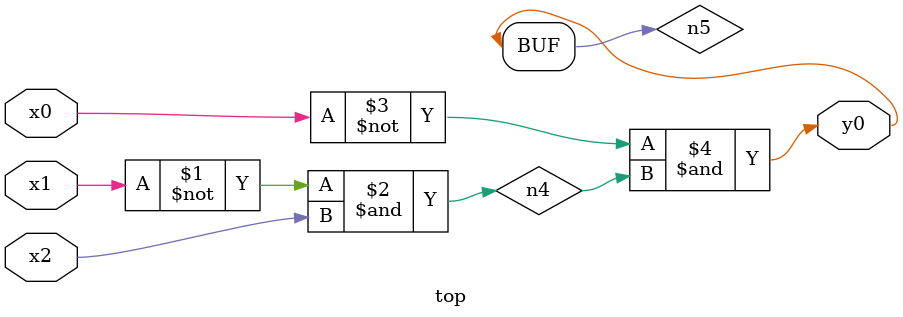
<source format=v>
module top( x0 , x1 , x2 , y0 );
  input x0 , x1 , x2 ;
  output y0 ;
  wire n4 , n5 ;
  assign n4 = ~x1 & x2 ;
  assign n5 = ~x0 & n4 ;
  assign y0 = n5 ;
endmodule

</source>
